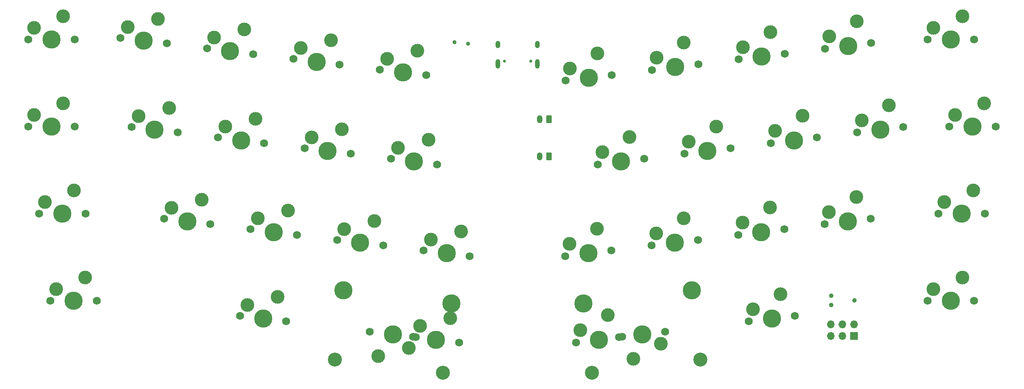
<source format=gts>
%TF.GenerationSoftware,KiCad,Pcbnew,7.0.6*%
%TF.CreationDate,2023-07-31T17:00:50-04:00*%
%TF.ProjectId,Birdie,42697264-6965-42e6-9b69-6361645f7063,rev?*%
%TF.SameCoordinates,Original*%
%TF.FileFunction,Soldermask,Top*%
%TF.FilePolarity,Negative*%
%FSLAX46Y46*%
G04 Gerber Fmt 4.6, Leading zero omitted, Abs format (unit mm)*
G04 Created by KiCad (PCBNEW 7.0.6) date 2023-07-31 17:00:50*
%MOMM*%
%LPD*%
G01*
G04 APERTURE LIST*
G04 Aperture macros list*
%AMRoundRect*
0 Rectangle with rounded corners*
0 $1 Rounding radius*
0 $2 $3 $4 $5 $6 $7 $8 $9 X,Y pos of 4 corners*
0 Add a 4 corners polygon primitive as box body*
4,1,4,$2,$3,$4,$5,$6,$7,$8,$9,$2,$3,0*
0 Add four circle primitives for the rounded corners*
1,1,$1+$1,$2,$3*
1,1,$1+$1,$4,$5*
1,1,$1+$1,$6,$7*
1,1,$1+$1,$8,$9*
0 Add four rect primitives between the rounded corners*
20,1,$1+$1,$2,$3,$4,$5,0*
20,1,$1+$1,$4,$5,$6,$7,0*
20,1,$1+$1,$6,$7,$8,$9,0*
20,1,$1+$1,$8,$9,$2,$3,0*%
G04 Aperture macros list end*
%ADD10C,1.750000*%
%ADD11C,3.000000*%
%ADD12C,3.987800*%
%ADD13C,3.048000*%
%ADD14C,0.900000*%
%ADD15O,1.200000X1.750000*%
%ADD16RoundRect,0.250000X0.350000X0.625000X-0.350000X0.625000X-0.350000X-0.625000X0.350000X-0.625000X0*%
%ADD17C,0.990600*%
%ADD18O,1.000000X2.100000*%
%ADD19O,1.000000X1.600000*%
%ADD20C,0.650000*%
%ADD21O,1.700000X1.700000*%
%ADD22R,1.700000X1.700000*%
G04 APERTURE END LIST*
D10*
%TO.C,MX21*%
X174111142Y-62459466D03*
D11*
X170970979Y-57726879D03*
D12*
X169069008Y-63078562D03*
D11*
X164977859Y-61021817D03*
D10*
X164026874Y-63697658D03*
%TD*%
%TO.C,MX22*%
X166978754Y-82528279D03*
D11*
X163838591Y-77795692D03*
D12*
X161936620Y-83147375D03*
D11*
X157845471Y-81090630D03*
D10*
X156894486Y-83766471D03*
%TD*%
%TO.C,MX14*%
X117077577Y-81444864D03*
D11*
X115175606Y-76093182D03*
D12*
X112035443Y-80825768D03*
D11*
X108563390Y-77840379D03*
D10*
X106993309Y-80206672D03*
%TD*%
%TO.C,MX36*%
X251025477Y-55401707D03*
D11*
X248485477Y-50321707D03*
D12*
X245945477Y-55401707D03*
D11*
X242135477Y-52861707D03*
D10*
X240865477Y-55401707D03*
%TD*%
%TO.C,MX34*%
X223702769Y-75563447D03*
D11*
X220562606Y-70830860D03*
D12*
X218660635Y-76182543D03*
D11*
X214569486Y-74125798D03*
D10*
X213618501Y-76801639D03*
%TD*%
%TO.C,MX8*%
X88631791Y-39566031D03*
D11*
X86729820Y-34214349D03*
D12*
X83589657Y-38946935D03*
D11*
X80117604Y-35961546D03*
D10*
X78547523Y-38327839D03*
%TD*%
%TO.C,MX37*%
X248644229Y-74451703D03*
D11*
X246104229Y-69371703D03*
D12*
X243564229Y-74451703D03*
D11*
X239754229Y-71911703D03*
D10*
X238484229Y-74451703D03*
%TD*%
%TO.C,MX35*%
X246262978Y-36351701D03*
D11*
X243722978Y-31271701D03*
D12*
X241182978Y-36351701D03*
D11*
X237372978Y-33811701D03*
D10*
X236102978Y-36351701D03*
%TD*%
%TO.C,MX31*%
X207116375Y-96793065D03*
D11*
X203976212Y-92060478D03*
D12*
X202074241Y-97412161D03*
D11*
X197983092Y-95355416D03*
D10*
X197032107Y-98031257D03*
%TD*%
D13*
%TO.C,MX16*%
X130165588Y-109282388D03*
D12*
X132022876Y-94155985D03*
D10*
X124209963Y-101513673D03*
D11*
X122639882Y-103879966D03*
D12*
X119167829Y-100894577D03*
D11*
X116027666Y-105627163D03*
D10*
X114125695Y-100275481D03*
D13*
X106467556Y-106372636D03*
D12*
X108324844Y-91246232D03*
%TD*%
D10*
%TO.C,MX5*%
X69723780Y-37244426D03*
D11*
X67821809Y-31892744D03*
D12*
X64681646Y-36625330D03*
D11*
X61209593Y-33639941D03*
D10*
X59639512Y-36006234D03*
%TD*%
%TO.C,MX19*%
X135985580Y-83766477D03*
D11*
X134083609Y-78414795D03*
D12*
X130943446Y-83147381D03*
D11*
X127471393Y-80161992D03*
D10*
X125901312Y-82528285D03*
%TD*%
%TO.C,MX18*%
X128853190Y-63697661D03*
D11*
X126951219Y-58345979D03*
D12*
X123811056Y-63078565D03*
D11*
X120339003Y-60093176D03*
D10*
X118768922Y-62459469D03*
%TD*%
%TO.C,MX28*%
X204878546Y-39488646D03*
D11*
X201738383Y-34756059D03*
D12*
X199836412Y-40107742D03*
D11*
X195745263Y-38050997D03*
D10*
X194794278Y-40726838D03*
%TD*%
%TO.C,MX4*%
X54397459Y-93501706D03*
D11*
X51857459Y-88421706D03*
D12*
X49317459Y-93501706D03*
D11*
X45507459Y-90961706D03*
D10*
X44237459Y-93501706D03*
%TD*%
%TO.C,MX10*%
X98169575Y-79123250D03*
D11*
X96267604Y-73771568D03*
D12*
X93127441Y-78504154D03*
D11*
X89655388Y-75518765D03*
D10*
X88085307Y-77885058D03*
%TD*%
%TO.C,MX38*%
X246262977Y-93501708D03*
D11*
X243722977Y-88421708D03*
D12*
X241182977Y-93501708D03*
D11*
X237372977Y-90961708D03*
D10*
X236102977Y-93501708D03*
%TD*%
%TO.C,MX30*%
X204794762Y-77885062D03*
D11*
X201654599Y-73152475D03*
D12*
X199752628Y-78504158D03*
D11*
X195661479Y-76447413D03*
D10*
X194710494Y-79123254D03*
%TD*%
%TO.C,MX27*%
X169300360Y-101436284D03*
D11*
X166160197Y-96703697D03*
D12*
X164258226Y-102055380D03*
D11*
X160167077Y-99998635D03*
D10*
X159216092Y-102674476D03*
%TD*%
%TO.C,MX32*%
X223786545Y-37167036D03*
D11*
X220646382Y-32434449D03*
D12*
X218744411Y-37786132D03*
D11*
X214653262Y-35729387D03*
D10*
X213702277Y-38405228D03*
%TD*%
%TO.C,MX15*%
X133663971Y-102674479D03*
D11*
X131762000Y-97322797D03*
D12*
X128621837Y-102055383D03*
D11*
X125149784Y-99069994D03*
D10*
X123579703Y-101436287D03*
%TD*%
%TO.C,MX12*%
X107539798Y-41887646D03*
D11*
X105637827Y-36535964D03*
D12*
X102497664Y-41268550D03*
D11*
X99025611Y-38283161D03*
D10*
X97455530Y-40649454D03*
%TD*%
%TO.C,MX13*%
X109945183Y-61376055D03*
D11*
X108043212Y-56024373D03*
D12*
X104903049Y-60756959D03*
D11*
X101430996Y-57771570D03*
D10*
X99860915Y-60137863D03*
%TD*%
%TO.C,MX24*%
X193019145Y-60137858D03*
D11*
X189878982Y-55405271D03*
D12*
X187977011Y-60756954D03*
D11*
X183885862Y-58700209D03*
D10*
X182934877Y-61376050D03*
%TD*%
%TO.C,MX20*%
X167062533Y-44131873D03*
D11*
X163922370Y-39399286D03*
D12*
X162020399Y-44750969D03*
D11*
X157929250Y-42694224D03*
D10*
X156978265Y-45370065D03*
%TD*%
%TO.C,MX1*%
X49634959Y-36351705D03*
D11*
X47094959Y-31271705D03*
D12*
X44554959Y-36351705D03*
D11*
X40744959Y-33811705D03*
D10*
X39474959Y-36351705D03*
%TD*%
%TO.C,MX9*%
X91037189Y-59054444D03*
D11*
X89135218Y-53702762D03*
D12*
X85995055Y-58435348D03*
D11*
X82523002Y-55449959D03*
D10*
X80952921Y-57816252D03*
%TD*%
%TO.C,MX23*%
X185970537Y-41810261D03*
D11*
X182830374Y-37077674D03*
D12*
X180928403Y-42429357D03*
D11*
X176837254Y-40372612D03*
D10*
X175886269Y-43048453D03*
%TD*%
%TO.C,MX2*%
X49634962Y-55401702D03*
D11*
X47094962Y-50321702D03*
D12*
X44554962Y-55401702D03*
D11*
X40744962Y-52861702D03*
D10*
X39474962Y-55401702D03*
%TD*%
%TO.C,MX33*%
X230835159Y-55494641D03*
D11*
X227694996Y-50762054D03*
D12*
X225793025Y-56113737D03*
D11*
X221701876Y-54056992D03*
D10*
X220750891Y-56732833D03*
%TD*%
%TO.C,MX6*%
X72129185Y-56732827D03*
D11*
X70227214Y-51381145D03*
D12*
X67087051Y-56113731D03*
D11*
X63614998Y-53128342D03*
D10*
X62044917Y-55494635D03*
%TD*%
%TO.C,MX11*%
X95847961Y-98031255D03*
D11*
X93945990Y-92679573D03*
D12*
X90805827Y-97412159D03*
D11*
X87333774Y-94426770D03*
D10*
X85763693Y-96793063D03*
%TD*%
%TO.C,MX25*%
X185886758Y-80206669D03*
D11*
X182746595Y-75474082D03*
D12*
X180844624Y-80825765D03*
D11*
X176753475Y-78769020D03*
D10*
X175802490Y-81444861D03*
%TD*%
%TO.C,MX7*%
X79261572Y-76801635D03*
D11*
X77359601Y-71449953D03*
D12*
X74219438Y-76182539D03*
D11*
X70747385Y-73197150D03*
D10*
X69177304Y-75563443D03*
%TD*%
D13*
%TO.C,MX26*%
X186412505Y-106372634D03*
D12*
X184555217Y-91246230D03*
D10*
X178754366Y-100275479D03*
D11*
X177803381Y-102951320D03*
D12*
X173712232Y-100894575D03*
D11*
X171810261Y-106246258D03*
D10*
X168670098Y-101513671D03*
D13*
X162714473Y-109282386D03*
D12*
X160857185Y-94155983D03*
%TD*%
D10*
%TO.C,MX3*%
X52016209Y-74451706D03*
D11*
X49476209Y-69371706D03*
D12*
X46936209Y-74451706D03*
D11*
X43126209Y-71911706D03*
D10*
X41856209Y-74451706D03*
%TD*%
%TO.C,MX29*%
X211927146Y-57816250D03*
D11*
X208786983Y-53083663D03*
D12*
X206885012Y-58435346D03*
D11*
X202793863Y-56378601D03*
D10*
X201842878Y-59054442D03*
%TD*%
%TO.C,MX17*%
X126447801Y-44209257D03*
D11*
X124545830Y-38857575D03*
D12*
X121405667Y-43590161D03*
D11*
X117933614Y-40604772D03*
D10*
X116363533Y-42971065D03*
%TD*%
D14*
%TO.C,SW1*%
X132633747Y-36954184D03*
X135611385Y-37319792D03*
%TD*%
D15*
%TO.C,J4*%
X151306793Y-53844724D03*
D16*
X153306793Y-53844724D03*
%TD*%
D17*
%TO.C,J2*%
X220086235Y-93439550D03*
X215006235Y-94455550D03*
X215006235Y-92423550D03*
%TD*%
D15*
%TO.C,J5*%
X151306793Y-61950206D03*
D16*
X153306793Y-61950206D03*
%TD*%
D18*
%TO.C,J1*%
X150760031Y-41686238D03*
D19*
X150760031Y-37506238D03*
D18*
X142120031Y-41686238D03*
D19*
X142120031Y-37506238D03*
D20*
X149330031Y-41156238D03*
X143550031Y-41156238D03*
%TD*%
D21*
%TO.C,J3*%
X214991235Y-98723004D03*
X214991235Y-101263004D03*
X217531235Y-98723004D03*
X217531235Y-101263004D03*
X220071235Y-98723004D03*
D22*
X220071235Y-101263004D03*
%TD*%
M02*

</source>
